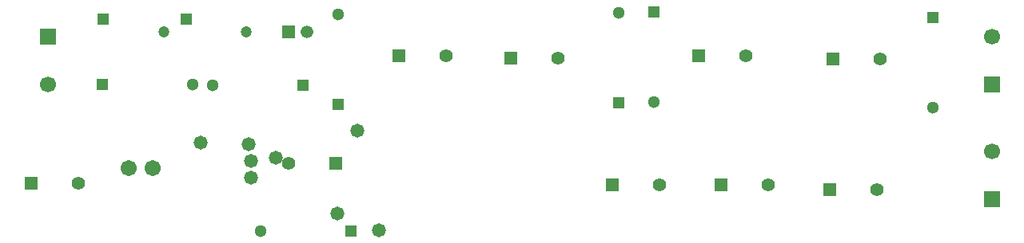
<source format=gbs>
G04*
G04 #@! TF.GenerationSoftware,Altium Limited,Altium Designer,24.2.2 (26)*
G04*
G04 Layer_Color=16711935*
%FSLAX44Y44*%
%MOMM*%
G71*
G04*
G04 #@! TF.SameCoordinates,EC8B54CE-386E-4826-8866-03C4CD91BE24*
G04*
G04*
G04 #@! TF.FilePolarity,Negative*
G04*
G01*
G75*
%ADD23R,1.7000X1.7000*%
%ADD24C,1.7000*%
%ADD25R,1.3000X1.3000*%
%ADD26C,1.3000*%
%ADD27R,1.4032X1.4032*%
%ADD28C,1.4032*%
%ADD29R,1.3000X1.3000*%
%ADD30C,1.2000*%
%ADD31R,1.2000X1.2000*%
%ADD32C,1.7032*%
%ADD33R,1.3232X1.3232*%
%ADD34C,1.3232*%
%ADD35C,1.4732*%
D23*
X1296670Y1184350D02*
D03*
Y1062430D02*
D03*
X297180Y1235000D02*
D03*
D24*
X1296670Y1235150D02*
D03*
Y1113230D02*
D03*
X297180Y1184200D02*
D03*
D25*
X1234440Y1255570D02*
D03*
X938530Y1261460D02*
D03*
X901700Y1165050D02*
D03*
X604520Y1163320D02*
D03*
D26*
X1234440Y1159970D02*
D03*
X938530Y1165860D02*
D03*
X901700Y1260650D02*
D03*
X604520Y1258920D02*
D03*
X471630Y1183640D02*
D03*
X450390Y1184910D02*
D03*
X521970Y1028700D02*
D03*
D27*
X1128560Y1211580D02*
D03*
X1124750Y1073150D02*
D03*
X986320Y1215390D02*
D03*
X1009650Y1078230D02*
D03*
X894880D02*
D03*
X786930Y1212850D02*
D03*
X668820Y1215390D02*
D03*
X601980Y1101090D02*
D03*
X278930Y1079500D02*
D03*
D28*
X1178560Y1211580D02*
D03*
X1174750Y1073150D02*
D03*
X1036320Y1215390D02*
D03*
X1059650Y1078230D02*
D03*
X944880D02*
D03*
X836930Y1212850D02*
D03*
X718820Y1215390D02*
D03*
X551980Y1101090D02*
D03*
X328930Y1079500D02*
D03*
D29*
X567230Y1183640D02*
D03*
X354790Y1184910D02*
D03*
X617570Y1028700D02*
D03*
D30*
X506980Y1240640D02*
D03*
X419350D02*
D03*
D31*
X442980Y1253640D02*
D03*
X355350D02*
D03*
D32*
X407470Y1096010D02*
D03*
X382470D02*
D03*
D33*
X551500Y1240790D02*
D03*
D34*
X571500D02*
D03*
D35*
X647700Y1029970D02*
D03*
X537859Y1106730D02*
D03*
X603250Y1047750D02*
D03*
X624840Y1135380D02*
D03*
X511810Y1085850D02*
D03*
Y1103590D02*
D03*
X509310Y1121370D02*
D03*
X458470Y1122680D02*
D03*
M02*

</source>
